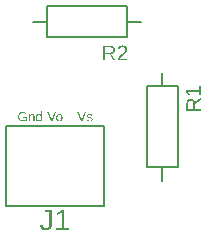
<source format=gbr>
G04 EAGLE Gerber RS-274X export*
G75*
%MOMM*%
%FSLAX34Y34*%
%LPD*%
%INSilkscreen Top*%
%IPPOS*%
%AMOC8*
5,1,8,0,0,1.08239X$1,22.5*%
G01*
G04 Define Apertures*
%ADD10C,0.152400*%
%ADD11C,0.127000*%
G36*
X67879Y76200D02*
X66770Y76200D01*
X63550Y84090D01*
X64676Y84090D01*
X66860Y78535D01*
X67330Y77141D01*
X67801Y78535D01*
X69974Y84090D01*
X71099Y84090D01*
X67879Y76200D01*
G37*
G36*
X73987Y76088D02*
X73712Y76094D01*
X73453Y76111D01*
X73211Y76140D01*
X72985Y76181D01*
X72775Y76233D01*
X72581Y76297D01*
X72404Y76373D01*
X72242Y76460D01*
X72096Y76560D01*
X71962Y76673D01*
X71843Y76798D01*
X71736Y76937D01*
X71643Y77089D01*
X71563Y77254D01*
X71497Y77432D01*
X71444Y77622D01*
X72335Y77796D01*
X72416Y77569D01*
X72532Y77374D01*
X72682Y77212D01*
X72867Y77082D01*
X73088Y76983D01*
X73348Y76912D01*
X73648Y76869D01*
X73987Y76855D01*
X74344Y76870D01*
X74651Y76914D01*
X74906Y76987D01*
X75109Y77090D01*
X75265Y77223D01*
X75376Y77384D01*
X75443Y77575D01*
X75465Y77796D01*
X75450Y77967D01*
X75403Y78121D01*
X75326Y78258D01*
X75219Y78378D01*
X75076Y78485D01*
X74897Y78583D01*
X74679Y78670D01*
X74423Y78748D01*
X73701Y78938D01*
X73298Y79050D01*
X72958Y79160D01*
X72681Y79270D01*
X72466Y79378D01*
X72293Y79492D01*
X72139Y79617D01*
X72006Y79753D01*
X71892Y79902D01*
X71802Y80064D01*
X71737Y80245D01*
X71698Y80442D01*
X71685Y80658D01*
X71694Y80859D01*
X71722Y81047D01*
X71768Y81224D01*
X71833Y81388D01*
X71916Y81539D01*
X72017Y81679D01*
X72137Y81806D01*
X72276Y81920D01*
X72432Y82022D01*
X72605Y82110D01*
X72795Y82185D01*
X73002Y82246D01*
X73225Y82293D01*
X73466Y82327D01*
X73723Y82348D01*
X73998Y82354D01*
X74473Y82332D01*
X74897Y82266D01*
X75270Y82156D01*
X75591Y82002D01*
X75732Y81907D01*
X75859Y81799D01*
X75973Y81677D01*
X76073Y81542D01*
X76160Y81394D01*
X76233Y81233D01*
X76293Y81058D01*
X76339Y80870D01*
X75431Y80758D01*
X75372Y80948D01*
X75277Y81115D01*
X75146Y81258D01*
X74981Y81377D01*
X74782Y81472D01*
X74551Y81539D01*
X74290Y81579D01*
X73998Y81593D01*
X73679Y81580D01*
X73404Y81541D01*
X73175Y81476D01*
X72990Y81386D01*
X72848Y81269D01*
X72746Y81125D01*
X72685Y80955D01*
X72665Y80758D01*
X72673Y80635D01*
X72699Y80523D01*
X72741Y80422D01*
X72799Y80333D01*
X72966Y80177D01*
X73197Y80047D01*
X73606Y79907D01*
X74306Y79722D01*
X74995Y79528D01*
X75255Y79437D01*
X75459Y79350D01*
X75775Y79170D01*
X76017Y78972D01*
X76198Y78749D01*
X76333Y78493D01*
X76382Y78353D01*
X76417Y78203D01*
X76438Y78043D01*
X76445Y77874D01*
X76435Y77666D01*
X76405Y77470D01*
X76354Y77287D01*
X76283Y77116D01*
X76192Y76957D01*
X76081Y76810D01*
X75950Y76675D01*
X75798Y76553D01*
X75628Y76444D01*
X75442Y76349D01*
X75240Y76270D01*
X75022Y76204D01*
X74787Y76153D01*
X74537Y76117D01*
X74270Y76095D01*
X73987Y76088D01*
G37*
G36*
X48264Y76088D02*
X47942Y76101D01*
X47641Y76139D01*
X47360Y76202D01*
X47099Y76290D01*
X46859Y76404D01*
X46639Y76543D01*
X46439Y76708D01*
X46259Y76897D01*
X46100Y77111D01*
X45963Y77347D01*
X45846Y77605D01*
X45751Y77886D01*
X45677Y78190D01*
X45624Y78516D01*
X45592Y78864D01*
X45582Y79235D01*
X45592Y79615D01*
X45624Y79970D01*
X45677Y80301D01*
X45751Y80607D01*
X45847Y80889D01*
X45964Y81146D01*
X46101Y81379D01*
X46261Y81587D01*
X46441Y81771D01*
X46643Y81930D01*
X46865Y82065D01*
X47109Y82175D01*
X47375Y82261D01*
X47661Y82322D01*
X47969Y82359D01*
X48298Y82371D01*
X48633Y82359D01*
X48946Y82323D01*
X49236Y82264D01*
X49503Y82180D01*
X49747Y82073D01*
X49968Y81941D01*
X50166Y81786D01*
X50342Y81607D01*
X50495Y81403D01*
X50628Y81172D01*
X50741Y80915D01*
X50833Y80632D01*
X50905Y80322D01*
X50956Y79986D01*
X50987Y79624D01*
X50997Y79235D01*
X50986Y78850D01*
X50953Y78491D01*
X50898Y78157D01*
X50822Y77848D01*
X50723Y77564D01*
X50603Y77306D01*
X50461Y77074D01*
X50297Y76866D01*
X50112Y76684D01*
X49907Y76526D01*
X49683Y76392D01*
X49439Y76283D01*
X49175Y76197D01*
X48891Y76137D01*
X48587Y76100D01*
X48264Y76088D01*
G37*
%LPC*%
G36*
X48253Y76833D02*
X48471Y76842D01*
X48674Y76869D01*
X48860Y76915D01*
X49030Y76978D01*
X49184Y77060D01*
X49322Y77160D01*
X49444Y77279D01*
X49549Y77415D01*
X49640Y77571D01*
X49719Y77747D01*
X49786Y77944D01*
X49841Y78161D01*
X49884Y78399D01*
X49914Y78657D01*
X49932Y78936D01*
X49938Y79235D01*
X49933Y79538D01*
X49915Y79820D01*
X49886Y80080D01*
X49845Y80318D01*
X49793Y80535D01*
X49729Y80731D01*
X49653Y80905D01*
X49566Y81058D01*
X49465Y81191D01*
X49348Y81307D01*
X49215Y81404D01*
X49067Y81484D01*
X48903Y81546D01*
X48722Y81591D01*
X48526Y81617D01*
X48314Y81626D01*
X48101Y81617D01*
X47903Y81590D01*
X47720Y81545D01*
X47552Y81481D01*
X47400Y81400D01*
X47263Y81300D01*
X47141Y81183D01*
X47035Y81047D01*
X46942Y80892D01*
X46862Y80716D01*
X46794Y80520D01*
X46739Y80304D01*
X46696Y80067D01*
X46665Y79810D01*
X46646Y79533D01*
X46640Y79235D01*
X46646Y78945D01*
X46664Y78673D01*
X46695Y78420D01*
X46737Y78186D01*
X46792Y77970D01*
X46859Y77773D01*
X46938Y77595D01*
X47029Y77435D01*
X47133Y77294D01*
X47252Y77171D01*
X47384Y77068D01*
X47530Y76983D01*
X47690Y76917D01*
X47863Y76870D01*
X48051Y76842D01*
X48253Y76833D01*
G37*
%LPD*%
G36*
X42479Y76200D02*
X41370Y76200D01*
X38150Y84090D01*
X39276Y84090D01*
X41460Y78535D01*
X41930Y77141D01*
X42401Y78535D01*
X44574Y84090D01*
X45699Y84090D01*
X42479Y76200D01*
G37*
G36*
X30692Y76088D02*
X30414Y76100D01*
X30156Y76136D01*
X29916Y76197D01*
X29696Y76281D01*
X29494Y76390D01*
X29311Y76523D01*
X29148Y76680D01*
X29003Y76861D01*
X28877Y77066D01*
X28767Y77297D01*
X28674Y77552D01*
X28598Y77832D01*
X28539Y78137D01*
X28497Y78467D01*
X28471Y78822D01*
X28463Y79202D01*
X28472Y79585D01*
X28498Y79944D01*
X28541Y80279D01*
X28602Y80588D01*
X28681Y80873D01*
X28776Y81133D01*
X28889Y81368D01*
X29020Y81579D01*
X29168Y81764D01*
X29333Y81925D01*
X29516Y82062D01*
X29717Y82173D01*
X29934Y82260D01*
X30169Y82322D01*
X30422Y82359D01*
X30692Y82371D01*
X31022Y82355D01*
X31323Y82308D01*
X31596Y82229D01*
X31840Y82119D01*
X32058Y81975D01*
X32254Y81793D01*
X32428Y81574D01*
X32579Y81318D01*
X32590Y81318D01*
X32579Y81996D01*
X32579Y84510D01*
X33587Y84510D01*
X33587Y77449D01*
X33595Y76663D01*
X33620Y76200D01*
X32657Y76200D01*
X32621Y76614D01*
X32601Y77174D01*
X32579Y77174D01*
X32427Y76904D01*
X32253Y76675D01*
X32056Y76487D01*
X31837Y76340D01*
X31592Y76230D01*
X31320Y76151D01*
X31019Y76104D01*
X30692Y76088D01*
G37*
%LPC*%
G36*
X30949Y76866D02*
X31156Y76876D01*
X31348Y76903D01*
X31526Y76950D01*
X31688Y77015D01*
X31836Y77098D01*
X31970Y77200D01*
X32088Y77321D01*
X32180Y77443D01*
X32192Y77460D01*
X32283Y77619D01*
X32361Y77798D01*
X32428Y77997D01*
X32482Y78217D01*
X32524Y78458D01*
X32555Y78719D01*
X32573Y79000D01*
X32579Y79302D01*
X32573Y79593D01*
X32555Y79864D01*
X32524Y80115D01*
X32482Y80345D01*
X32428Y80556D01*
X32361Y80746D01*
X32283Y80916D01*
X32192Y81066D01*
X32089Y81198D01*
X31971Y81311D01*
X31838Y81408D01*
X31691Y81486D01*
X31530Y81548D01*
X31355Y81591D01*
X31165Y81618D01*
X30960Y81626D01*
X30777Y81618D01*
X30606Y81591D01*
X30449Y81547D01*
X30305Y81486D01*
X30174Y81407D01*
X30056Y81310D01*
X29951Y81195D01*
X29860Y81064D01*
X29781Y80912D01*
X29712Y80738D01*
X29654Y80543D01*
X29606Y80325D01*
X29569Y80086D01*
X29542Y79824D01*
X29521Y79235D01*
X29542Y78645D01*
X29568Y78383D01*
X29605Y78145D01*
X29652Y77928D01*
X29710Y77735D01*
X29778Y77564D01*
X29857Y77415D01*
X29948Y77287D01*
X30051Y77175D01*
X30168Y77081D01*
X30298Y77004D01*
X30441Y76944D01*
X30597Y76901D01*
X30767Y76875D01*
X30949Y76866D01*
G37*
%LPD*%
G36*
X17253Y76088D02*
X16949Y76096D01*
X16655Y76119D01*
X16373Y76157D01*
X16101Y76211D01*
X15839Y76280D01*
X15589Y76365D01*
X15349Y76465D01*
X15119Y76581D01*
X14902Y76711D01*
X14698Y76854D01*
X14507Y77011D01*
X14329Y77182D01*
X14164Y77366D01*
X14013Y77564D01*
X13875Y77775D01*
X13750Y78000D01*
X13639Y78237D01*
X13543Y78484D01*
X13462Y78742D01*
X13395Y79009D01*
X13343Y79287D01*
X13306Y79575D01*
X13284Y79873D01*
X13277Y80182D01*
X13293Y80648D01*
X13341Y81088D01*
X13422Y81500D01*
X13534Y81885D01*
X13679Y82244D01*
X13856Y82575D01*
X14066Y82878D01*
X14307Y83155D01*
X14578Y83402D01*
X14875Y83616D01*
X15197Y83797D01*
X15546Y83945D01*
X15921Y84060D01*
X16322Y84142D01*
X16749Y84192D01*
X17202Y84208D01*
X17522Y84201D01*
X17827Y84180D01*
X18116Y84146D01*
X18390Y84097D01*
X18648Y84035D01*
X18891Y83959D01*
X19118Y83869D01*
X19330Y83766D01*
X19529Y83647D01*
X19716Y83511D01*
X19891Y83359D01*
X20054Y83190D01*
X20206Y83005D01*
X20346Y82803D01*
X20474Y82584D01*
X20590Y82349D01*
X19571Y82046D01*
X19387Y82360D01*
X19171Y82627D01*
X18924Y82850D01*
X18644Y83026D01*
X18331Y83161D01*
X17981Y83257D01*
X17596Y83315D01*
X17174Y83334D01*
X16843Y83321D01*
X16531Y83283D01*
X16240Y83218D01*
X15969Y83128D01*
X15718Y83012D01*
X15487Y82870D01*
X15276Y82702D01*
X15086Y82508D01*
X14916Y82291D01*
X14770Y82053D01*
X14645Y81794D01*
X14544Y81514D01*
X14465Y81212D01*
X14408Y80890D01*
X14374Y80546D01*
X14363Y80182D01*
X14375Y79818D01*
X14411Y79473D01*
X14471Y79149D01*
X14555Y78844D01*
X14663Y78559D01*
X14795Y78293D01*
X14951Y78047D01*
X15130Y77821D01*
X15331Y77618D01*
X15551Y77443D01*
X15788Y77294D01*
X16045Y77172D01*
X16319Y77078D01*
X16612Y77010D01*
X16923Y76970D01*
X17253Y76956D01*
X17633Y76971D01*
X18000Y77015D01*
X18354Y77088D01*
X18695Y77191D01*
X19013Y77319D01*
X19300Y77468D01*
X19555Y77638D01*
X19778Y77830D01*
X19778Y79252D01*
X17421Y79252D01*
X17421Y80148D01*
X20764Y80148D01*
X20764Y77426D01*
X20433Y77125D01*
X20066Y76860D01*
X19664Y76631D01*
X19227Y76438D01*
X18762Y76285D01*
X18278Y76176D01*
X17775Y76110D01*
X17253Y76088D01*
G37*
G36*
X23409Y76200D02*
X22401Y76200D01*
X22401Y80966D01*
X22393Y81818D01*
X22368Y82259D01*
X23320Y82259D01*
X23331Y82108D01*
X23345Y81825D01*
X23365Y81223D01*
X23381Y81223D01*
X23562Y81514D01*
X23756Y81759D01*
X23964Y81958D01*
X24185Y82111D01*
X24427Y82225D01*
X24697Y82306D01*
X24994Y82355D01*
X25319Y82371D01*
X25560Y82363D01*
X25784Y82340D01*
X25991Y82301D01*
X26182Y82247D01*
X26356Y82178D01*
X26513Y82092D01*
X26654Y81992D01*
X26778Y81876D01*
X26886Y81742D01*
X26980Y81587D01*
X27059Y81413D01*
X27124Y81218D01*
X27175Y81003D01*
X27211Y80768D01*
X27233Y80513D01*
X27240Y80238D01*
X27240Y76200D01*
X26226Y76200D01*
X26226Y80042D01*
X26219Y80324D01*
X26197Y80574D01*
X26160Y80789D01*
X26109Y80971D01*
X26041Y81125D01*
X25956Y81255D01*
X25853Y81363D01*
X25733Y81447D01*
X25590Y81511D01*
X25416Y81556D01*
X25212Y81584D01*
X24977Y81593D01*
X24800Y81585D01*
X24633Y81562D01*
X24475Y81523D01*
X24326Y81468D01*
X24188Y81398D01*
X24059Y81312D01*
X23939Y81211D01*
X23829Y81094D01*
X23731Y80964D01*
X23646Y80821D01*
X23574Y80666D01*
X23514Y80499D01*
X23469Y80320D01*
X23436Y80129D01*
X23416Y79926D01*
X23409Y79711D01*
X23409Y76200D01*
G37*
G36*
X56601Y-15900D02*
X45769Y-15900D01*
X45769Y-14023D01*
X50173Y-14023D01*
X50173Y-724D01*
X46271Y-3509D01*
X46271Y-1424D01*
X50357Y1386D01*
X52393Y1386D01*
X52393Y-14023D01*
X56601Y-14023D01*
X56601Y-15900D01*
G37*
G36*
X36899Y-16145D02*
X36364Y-16128D01*
X35856Y-16074D01*
X35377Y-15986D01*
X34926Y-15862D01*
X34502Y-15702D01*
X34107Y-15507D01*
X33739Y-15277D01*
X33399Y-15011D01*
X33087Y-14709D01*
X32803Y-14372D01*
X32547Y-14000D01*
X32319Y-13592D01*
X32119Y-13149D01*
X31946Y-12670D01*
X31801Y-12156D01*
X31685Y-11606D01*
X33979Y-11226D01*
X34043Y-11572D01*
X34124Y-11898D01*
X34222Y-12205D01*
X34338Y-12493D01*
X34471Y-12760D01*
X34621Y-13009D01*
X34788Y-13237D01*
X34973Y-13446D01*
X35172Y-13633D01*
X35384Y-13795D01*
X35607Y-13932D01*
X35844Y-14044D01*
X36092Y-14132D01*
X36353Y-14194D01*
X36626Y-14231D01*
X36911Y-14244D01*
X37221Y-14230D01*
X37515Y-14189D01*
X37792Y-14120D01*
X38052Y-14025D01*
X38295Y-13901D01*
X38521Y-13750D01*
X38730Y-13572D01*
X38923Y-13367D01*
X39095Y-13135D01*
X39245Y-12877D01*
X39371Y-12594D01*
X39475Y-12286D01*
X39555Y-11952D01*
X39613Y-11592D01*
X39648Y-11207D01*
X39659Y-10797D01*
X39659Y-528D01*
X36334Y-528D01*
X36334Y1386D01*
X41990Y1386D01*
X41990Y-10747D01*
X41969Y-11359D01*
X41905Y-11938D01*
X41798Y-12483D01*
X41650Y-12994D01*
X41458Y-13472D01*
X41224Y-13916D01*
X40947Y-14327D01*
X40628Y-14704D01*
X40272Y-15042D01*
X39884Y-15335D01*
X39465Y-15582D01*
X39015Y-15785D01*
X38533Y-15943D01*
X38020Y-16055D01*
X37475Y-16123D01*
X36899Y-16145D01*
G37*
G36*
X168200Y85242D02*
X155859Y85242D01*
X155859Y91049D01*
X155874Y91555D01*
X155918Y92032D01*
X155990Y92479D01*
X156092Y92896D01*
X156224Y93284D01*
X156384Y93641D01*
X156573Y93970D01*
X156792Y94268D01*
X157037Y94534D01*
X157304Y94764D01*
X157594Y94959D01*
X157908Y95119D01*
X158244Y95243D01*
X158603Y95331D01*
X158984Y95384D01*
X159389Y95402D01*
X159726Y95390D01*
X160049Y95352D01*
X160359Y95289D01*
X160655Y95202D01*
X160937Y95089D01*
X161205Y94951D01*
X161460Y94789D01*
X161701Y94601D01*
X161925Y94391D01*
X162127Y94162D01*
X162307Y93914D01*
X162373Y93803D01*
X162465Y93647D01*
X162602Y93361D01*
X162718Y93056D01*
X162811Y92732D01*
X162884Y92389D01*
X165147Y93881D01*
X168200Y95893D01*
X168200Y93966D01*
X163076Y90760D01*
X163076Y86915D01*
X168200Y86915D01*
X168200Y85242D01*
G37*
%LPC*%
G36*
X161754Y86915D02*
X161754Y90953D01*
X161744Y91274D01*
X161715Y91577D01*
X161667Y91860D01*
X161599Y92125D01*
X161513Y92372D01*
X161406Y92599D01*
X161281Y92808D01*
X161136Y92998D01*
X160974Y93167D01*
X160797Y93314D01*
X160604Y93438D01*
X160395Y93540D01*
X160171Y93619D01*
X159932Y93675D01*
X159677Y93709D01*
X159406Y93721D01*
X159145Y93709D01*
X158900Y93675D01*
X158671Y93618D01*
X158457Y93538D01*
X158260Y93435D01*
X158079Y93309D01*
X157913Y93161D01*
X157764Y92989D01*
X157632Y92796D01*
X157517Y92583D01*
X157420Y92350D01*
X157341Y92097D01*
X157279Y91824D01*
X157235Y91530D01*
X157208Y91216D01*
X157199Y90883D01*
X157199Y86915D01*
X161754Y86915D01*
G37*
%LPD*%
G36*
X168200Y98075D02*
X166860Y98075D01*
X166860Y101219D01*
X157366Y101219D01*
X159354Y98434D01*
X157865Y98434D01*
X155859Y101350D01*
X155859Y102804D01*
X166860Y102804D01*
X166860Y105808D01*
X168200Y105808D01*
X168200Y98075D01*
G37*
G36*
X86915Y127900D02*
X85242Y127900D01*
X85242Y140241D01*
X91049Y140241D01*
X91555Y140226D01*
X92032Y140182D01*
X92479Y140110D01*
X92896Y140008D01*
X93284Y139876D01*
X93641Y139716D01*
X93970Y139527D01*
X94268Y139308D01*
X94534Y139063D01*
X94764Y138796D01*
X94959Y138506D01*
X95119Y138192D01*
X95243Y137856D01*
X95331Y137497D01*
X95384Y137116D01*
X95402Y136711D01*
X95390Y136374D01*
X95352Y136051D01*
X95289Y135741D01*
X95202Y135445D01*
X95089Y135163D01*
X94951Y134895D01*
X94789Y134640D01*
X94601Y134399D01*
X94391Y134175D01*
X94162Y133974D01*
X93914Y133793D01*
X93803Y133727D01*
X93647Y133635D01*
X93361Y133498D01*
X93056Y133382D01*
X92732Y133289D01*
X92389Y133216D01*
X93881Y130953D01*
X95893Y127900D01*
X93966Y127900D01*
X90760Y133024D01*
X86915Y133024D01*
X86915Y127900D01*
G37*
%LPC*%
G36*
X90953Y134346D02*
X91274Y134356D01*
X91577Y134385D01*
X91860Y134433D01*
X92125Y134501D01*
X92372Y134587D01*
X92599Y134694D01*
X92808Y134819D01*
X92998Y134964D01*
X93167Y135126D01*
X93314Y135303D01*
X93438Y135496D01*
X93540Y135705D01*
X93619Y135929D01*
X93675Y136168D01*
X93709Y136423D01*
X93721Y136694D01*
X93709Y136955D01*
X93675Y137200D01*
X93618Y137430D01*
X93538Y137643D01*
X93435Y137840D01*
X93309Y138021D01*
X93161Y138187D01*
X92989Y138336D01*
X92796Y138468D01*
X92583Y138583D01*
X92350Y138680D01*
X92097Y138760D01*
X91824Y138821D01*
X91530Y138865D01*
X91216Y138892D01*
X90883Y138901D01*
X86915Y138901D01*
X86915Y134346D01*
X90953Y134346D01*
G37*
%LPD*%
G36*
X105782Y127900D02*
X97610Y127900D01*
X97610Y129012D01*
X97846Y129510D01*
X98106Y129977D01*
X98391Y130414D01*
X98701Y130821D01*
X99027Y131204D01*
X99361Y131568D01*
X99703Y131913D01*
X100054Y132240D01*
X100760Y132852D01*
X101460Y133418D01*
X102122Y133961D01*
X102717Y134504D01*
X102984Y134779D01*
X103224Y135060D01*
X103437Y135348D01*
X103623Y135643D01*
X103775Y135950D01*
X103883Y136278D01*
X103948Y136625D01*
X103969Y136991D01*
X103960Y137238D01*
X103932Y137471D01*
X103885Y137689D01*
X103820Y137893D01*
X103736Y138083D01*
X103634Y138259D01*
X103513Y138421D01*
X103374Y138568D01*
X103217Y138699D01*
X103047Y138813D01*
X102862Y138909D01*
X102662Y138988D01*
X102448Y139050D01*
X102219Y139093D01*
X101976Y139120D01*
X101718Y139128D01*
X101472Y139120D01*
X101237Y139094D01*
X101013Y139051D01*
X100800Y138992D01*
X100598Y138915D01*
X100407Y138821D01*
X100227Y138709D01*
X100058Y138581D01*
X99904Y138437D01*
X99766Y138280D01*
X99645Y138108D01*
X99541Y137923D01*
X99453Y137724D01*
X99383Y137511D01*
X99329Y137284D01*
X99292Y137044D01*
X97681Y137193D01*
X97738Y137553D01*
X97825Y137895D01*
X97939Y138218D01*
X98082Y138522D01*
X98254Y138807D01*
X98453Y139073D01*
X98681Y139320D01*
X98937Y139549D01*
X99217Y139754D01*
X99517Y139932D01*
X99835Y140083D01*
X100173Y140206D01*
X100531Y140302D01*
X100907Y140370D01*
X101303Y140411D01*
X101718Y140425D01*
X102171Y140411D01*
X102597Y140370D01*
X102996Y140301D01*
X103368Y140205D01*
X103713Y140081D01*
X104031Y139930D01*
X104322Y139751D01*
X104587Y139544D01*
X104822Y139313D01*
X105025Y139058D01*
X105198Y138780D01*
X105339Y138479D01*
X105448Y138155D01*
X105527Y137808D01*
X105574Y137437D01*
X105589Y137044D01*
X105569Y136685D01*
X105507Y136328D01*
X105405Y135972D01*
X105261Y135616D01*
X105077Y135262D01*
X104853Y134907D01*
X104589Y134552D01*
X104284Y134197D01*
X103886Y133794D01*
X103341Y133293D01*
X102647Y132695D01*
X101806Y131999D01*
X101328Y131597D01*
X100901Y131216D01*
X100526Y130855D01*
X100203Y130514D01*
X99926Y130187D01*
X99691Y129865D01*
X99497Y129550D01*
X99345Y129240D01*
X105782Y129240D01*
X105782Y127900D01*
G37*
D10*
X86210Y72100D02*
X86210Y4100D01*
X2910Y4100D01*
X2910Y72100D01*
X86210Y72100D01*
D11*
X135500Y105700D02*
X148500Y105700D01*
X135500Y105700D02*
X122500Y105700D01*
X122500Y37700D01*
X135500Y37700D01*
X148500Y37700D01*
X148500Y105700D01*
X135500Y105700D02*
X135500Y117500D01*
X135500Y37700D02*
X135500Y25900D01*
X105700Y147600D02*
X105700Y160600D01*
X105700Y173600D01*
X37700Y173600D01*
X37700Y160600D01*
X37700Y147600D01*
X105700Y147600D01*
X105700Y160600D02*
X117500Y160600D01*
X37700Y160600D02*
X25900Y160600D01*
M02*

</source>
